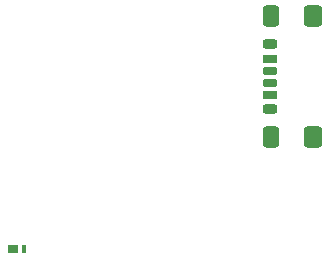
<source format=gbr>
%TF.GenerationSoftware,KiCad,Pcbnew,9.0.5*%
%TF.CreationDate,2025-10-26T09:27:43-06:00*%
%TF.ProjectId,powerBank,706f7765-7242-4616-9e6b-2e6b69636164,rev?*%
%TF.SameCoordinates,Original*%
%TF.FileFunction,Paste,Top*%
%TF.FilePolarity,Positive*%
%FSLAX46Y46*%
G04 Gerber Fmt 4.6, Leading zero omitted, Abs format (unit mm)*
G04 Created by KiCad (PCBNEW 9.0.5) date 2025-10-26 09:27:43*
%MOMM*%
%LPD*%
G01*
G04 APERTURE LIST*
G04 Aperture macros list*
%AMRoundRect*
0 Rectangle with rounded corners*
0 $1 Rounding radius*
0 $2 $3 $4 $5 $6 $7 $8 $9 X,Y pos of 4 corners*
0 Add a 4 corners polygon primitive as box body*
4,1,4,$2,$3,$4,$5,$6,$7,$8,$9,$2,$3,0*
0 Add four circle primitives for the rounded corners*
1,1,$1+$1,$2,$3*
1,1,$1+$1,$4,$5*
1,1,$1+$1,$6,$7*
1,1,$1+$1,$8,$9*
0 Add four rect primitives between the rounded corners*
20,1,$1+$1,$2,$3,$4,$5,0*
20,1,$1+$1,$4,$5,$6,$7,0*
20,1,$1+$1,$6,$7,$8,$9,0*
20,1,$1+$1,$8,$9,$2,$3,0*%
G04 Aperture macros list end*
%ADD10RoundRect,0.175000X0.425000X-0.175000X0.425000X0.175000X-0.425000X0.175000X-0.425000X-0.175000X0*%
%ADD11RoundRect,0.190000X-0.410000X0.190000X-0.410000X-0.190000X0.410000X-0.190000X0.410000X0.190000X0*%
%ADD12RoundRect,0.200000X-0.400000X0.200000X-0.400000X-0.200000X0.400000X-0.200000X0.400000X0.200000X0*%
%ADD13RoundRect,0.175000X-0.425000X0.175000X-0.425000X-0.175000X0.425000X-0.175000X0.425000X0.175000X0*%
%ADD14RoundRect,0.190000X0.410000X-0.190000X0.410000X0.190000X-0.410000X0.190000X-0.410000X-0.190000X0*%
%ADD15RoundRect,0.200000X0.400000X-0.200000X0.400000X0.200000X-0.400000X0.200000X-0.400000X-0.200000X0*%
%ADD16RoundRect,0.250000X0.425000X-0.650000X0.425000X0.650000X-0.425000X0.650000X-0.425000X-0.650000X0*%
%ADD17RoundRect,0.250000X0.500000X-0.650000X0.500000X0.650000X-0.500000X0.650000X-0.500000X-0.650000X0*%
%ADD18RoundRect,0.075000X-0.390000X-0.275000X0.390000X-0.275000X0.390000X0.275000X-0.390000X0.275000X0*%
%ADD19RoundRect,0.075000X-0.075000X-0.275000X0.075000X-0.275000X0.075000X0.275000X-0.075000X0.275000X0*%
G04 APERTURE END LIST*
D10*
%TO.C,J2*%
X189405000Y-66585000D03*
D11*
X189405000Y-64565000D03*
D12*
X189405000Y-63335000D03*
D13*
X189405000Y-65585000D03*
D14*
X189405000Y-67605000D03*
D15*
X189405000Y-68835000D03*
D16*
X189460000Y-71210000D03*
D17*
X193040000Y-71210000D03*
D16*
X189460000Y-60960000D03*
D17*
X193040000Y-60960000D03*
%TD*%
D18*
%TO.C,D1*%
X167640000Y-80645000D03*
D19*
X168525000Y-80645000D03*
%TD*%
M02*

</source>
